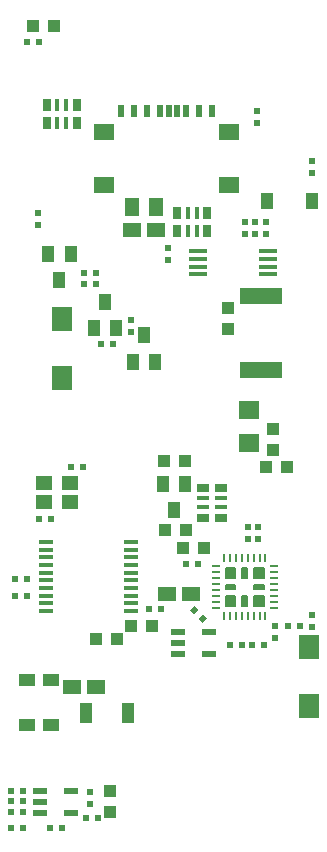
<source format=gbr>
G04 #@! TF.GenerationSoftware,KiCad,Pcbnew,5.1.0-rc2-unknown-036be7d~80~ubuntu16.04.1*
G04 #@! TF.CreationDate,2021-12-15T16:14:17+02:00*
G04 #@! TF.ProjectId,ESP32-PoE_Rev_I,45535033-322d-4506-9f45-5f5265765f49,I*
G04 #@! TF.SameCoordinates,Original*
G04 #@! TF.FileFunction,Paste,Bot*
G04 #@! TF.FilePolarity,Positive*
%FSLAX46Y46*%
G04 Gerber Fmt 4.6, Leading zero omitted, Abs format (unit mm)*
G04 Created by KiCad (PCBNEW 5.1.0-rc2-unknown-036be7d~80~ubuntu16.04.1) date 2021-12-15 16:14:17*
%MOMM*%
%LPD*%
G04 APERTURE LIST*
%ADD10C,0.200000*%
%ADD11R,1.016000X1.016000*%
%ADD12R,3.654001X1.454000*%
%ADD13R,1.500000X0.350000*%
%ADD14R,1.524000X1.270000*%
%ADD15R,1.400000X1.000000*%
%ADD16R,1.200000X0.550000*%
%ADD17R,0.500000X0.550000*%
%ADD18R,1.000000X1.400000*%
%ADD19R,0.230000X0.780000*%
%ADD20R,0.780000X0.230000*%
%ADD21R,1.270000X1.524000*%
%ADD22R,0.550000X0.500000*%
%ADD23C,0.500000*%
%ADD24C,0.100000*%
%ADD25R,1.270000X0.325000*%
%ADD26R,1.700000X2.000000*%
%ADD27R,1.016000X1.778000*%
%ADD28R,0.500000X1.000000*%
%ADD29R,1.754000X1.454000*%
%ADD30R,1.016000X0.381000*%
%ADD31R,1.016000X0.635000*%
%ADD32R,0.381000X1.016000*%
%ADD33R,0.635000X1.016000*%
%ADD34R,1.400000X1.200000*%
%ADD35R,1.778000X1.524000*%
G04 APERTURE END LIST*
D10*
X112344000Y-149644000D02*
X112344000Y-150444000D01*
X111544000Y-149644000D02*
X112344000Y-149644000D01*
X111544000Y-150444000D02*
X111544000Y-149644000D01*
X112344000Y-150444000D02*
X111544000Y-150444000D01*
X112344000Y-150344000D02*
X111544000Y-150344000D01*
X112344000Y-150244000D02*
X111544000Y-150244000D01*
X112344000Y-150144000D02*
X111544000Y-150144000D01*
X112344000Y-150044000D02*
X111544000Y-150044000D01*
X112344000Y-149944000D02*
X111544000Y-149944000D01*
X112344000Y-149844000D02*
X111544000Y-149844000D01*
X112344000Y-149744000D02*
X111544000Y-149744000D01*
X109944000Y-149744000D02*
X109144000Y-149744000D01*
X109944000Y-149844000D02*
X109144000Y-149844000D01*
X109944000Y-149944000D02*
X109144000Y-149944000D01*
X109944000Y-150044000D02*
X109144000Y-150044000D01*
X109944000Y-150144000D02*
X109144000Y-150144000D01*
X109944000Y-150244000D02*
X109144000Y-150244000D01*
X109944000Y-150344000D02*
X109144000Y-150344000D01*
X109944000Y-150444000D02*
X109144000Y-150444000D01*
X109144000Y-150444000D02*
X109144000Y-149644000D01*
X109144000Y-149644000D02*
X109944000Y-149644000D01*
X109944000Y-149644000D02*
X109944000Y-150444000D01*
X112344000Y-147344000D02*
X111544000Y-147344000D01*
X112344000Y-147444000D02*
X111544000Y-147444000D01*
X112344000Y-147544000D02*
X111544000Y-147544000D01*
X112344000Y-147644000D02*
X111544000Y-147644000D01*
X112344000Y-147744000D02*
X111544000Y-147744000D01*
X112344000Y-147844000D02*
X111544000Y-147844000D01*
X112344000Y-147944000D02*
X111544000Y-147944000D01*
X112344000Y-148044000D02*
X111544000Y-148044000D01*
X111544000Y-148044000D02*
X111544000Y-147244000D01*
X111544000Y-147244000D02*
X112344000Y-147244000D01*
X112344000Y-147244000D02*
X112344000Y-148044000D01*
X109944000Y-147244000D02*
X109944000Y-148044000D01*
X109144000Y-147244000D02*
X109944000Y-147244000D01*
X109144000Y-148044000D02*
X109144000Y-147244000D01*
X109944000Y-148044000D02*
X109144000Y-148044000D01*
X109944000Y-147944000D02*
X109144000Y-147944000D01*
X109944000Y-147844000D02*
X109144000Y-147844000D01*
X109944000Y-147744000D02*
X109144000Y-147744000D01*
X109944000Y-147644000D02*
X109144000Y-147644000D01*
X109944000Y-147544000D02*
X109144000Y-147544000D01*
X109944000Y-147444000D02*
X109144000Y-147444000D01*
X109944000Y-147344000D02*
X109144000Y-147344000D01*
X110544000Y-150444000D02*
X110944000Y-150444000D01*
X110544000Y-149644000D02*
X110544000Y-150444000D01*
X110944000Y-149644000D02*
X110544000Y-149644000D01*
X110944000Y-150444000D02*
X110944000Y-149644000D01*
X110844000Y-150444000D02*
X110844000Y-149644000D01*
X110744000Y-150444000D02*
X110744000Y-149644000D01*
X110644000Y-150444000D02*
X110644000Y-149644000D01*
X110644000Y-148044000D02*
X110644000Y-147244000D01*
X110744000Y-148044000D02*
X110744000Y-147244000D01*
X110844000Y-148044000D02*
X110844000Y-147244000D01*
X110944000Y-148044000D02*
X110944000Y-147244000D01*
X110944000Y-147244000D02*
X110544000Y-147244000D01*
X110544000Y-147244000D02*
X110544000Y-148044000D01*
X110544000Y-148044000D02*
X110944000Y-148044000D01*
X112344000Y-148644000D02*
X112344000Y-149044000D01*
X111544000Y-148644000D02*
X112344000Y-148644000D01*
X111544000Y-149044000D02*
X111544000Y-148644000D01*
X112344000Y-149044000D02*
X111544000Y-149044000D01*
X112344000Y-148944000D02*
X111544000Y-148944000D01*
X111544000Y-148844000D02*
X112344000Y-148844000D01*
X112344000Y-148744000D02*
X111544000Y-148744000D01*
X109944000Y-148744000D02*
X109144000Y-148744000D01*
X109144000Y-148844000D02*
X109944000Y-148844000D01*
X109944000Y-148944000D02*
X109144000Y-148944000D01*
X109944000Y-149044000D02*
X109144000Y-149044000D01*
X109144000Y-149044000D02*
X109144000Y-148644000D01*
X109144000Y-148644000D02*
X109944000Y-148644000D01*
X109944000Y-148644000D02*
X109944000Y-149044000D01*
D11*
X113157000Y-137287000D03*
X113157000Y-135509000D03*
D12*
X112141000Y-124205200D03*
X112141000Y-130505200D03*
D13*
X112678000Y-120437000D03*
X112678000Y-121087000D03*
X112678000Y-121737000D03*
X112678000Y-122387000D03*
X106778000Y-122387000D03*
X106778000Y-121737000D03*
X106778000Y-121087000D03*
X106778000Y-120437000D03*
D14*
X96139000Y-157353000D03*
X98171000Y-157353000D03*
D15*
X92329000Y-156723000D03*
X92329000Y-160523000D03*
D16*
X105126000Y-154559000D03*
X105126000Y-153609000D03*
X105126000Y-152659000D03*
X107726000Y-154559000D03*
X107726000Y-152659000D03*
D17*
X112395000Y-153797000D03*
X111379000Y-153797000D03*
D18*
X116400000Y-116195000D03*
X112600000Y-116195000D03*
D11*
X98171000Y-153289000D03*
X99949000Y-153289000D03*
D18*
X102237540Y-127548640D03*
X101282500Y-129758440D03*
X103184960Y-129758440D03*
X98933000Y-124714000D03*
X97977960Y-126923800D03*
X99880420Y-126923800D03*
X94107000Y-120650000D03*
X96009460Y-120650000D03*
X95054420Y-122859800D03*
D14*
X101219000Y-118618000D03*
X103251000Y-118618000D03*
D18*
X103825040Y-140116560D03*
X105727500Y-140116560D03*
X104772460Y-142326360D03*
D19*
X108994000Y-151294000D03*
X109494000Y-151294000D03*
X109994000Y-151294000D03*
X110494000Y-151294000D03*
X110994000Y-151294000D03*
X111494000Y-151294000D03*
X111994000Y-151294000D03*
X112494000Y-151294000D03*
D20*
X113194000Y-150594000D03*
X113194000Y-150094000D03*
X113194000Y-149594000D03*
X113194000Y-149094000D03*
X113194000Y-148594000D03*
X113194000Y-148094000D03*
X113194000Y-147594000D03*
X113194000Y-147094000D03*
D19*
X112494000Y-146394000D03*
X111994000Y-146394000D03*
X111494000Y-146394000D03*
X110994000Y-146394000D03*
X110494000Y-146394000D03*
X109994000Y-146394000D03*
X109494000Y-146394000D03*
X108994000Y-146394000D03*
D20*
X108294000Y-147094000D03*
X108294000Y-147594000D03*
X108294000Y-148094000D03*
X108294000Y-148594000D03*
X108294000Y-149094000D03*
X108294000Y-149594000D03*
X108294000Y-150094000D03*
X108294000Y-150594000D03*
D17*
X103632000Y-150749000D03*
X102616000Y-150749000D03*
D11*
X102870000Y-152146000D03*
X101092000Y-152146000D03*
D17*
X91948000Y-167005000D03*
X90932000Y-167005000D03*
X90932000Y-166116000D03*
X91948000Y-166116000D03*
D15*
X94361000Y-160523000D03*
X94361000Y-156723000D03*
D17*
X91948000Y-167894000D03*
X90932000Y-167894000D03*
X92329000Y-102743000D03*
X93345000Y-102743000D03*
X98298000Y-168402000D03*
X97282000Y-168402000D03*
D16*
X93442000Y-168018500D03*
X93442000Y-167068500D03*
X93442000Y-166118500D03*
X96042000Y-168018500D03*
X96042000Y-166118500D03*
D17*
X97155000Y-122301000D03*
X98171000Y-122301000D03*
D11*
X103886000Y-138176000D03*
X105664000Y-138176000D03*
D21*
X101219000Y-116713000D03*
X103251000Y-116713000D03*
D22*
X110998000Y-143764000D03*
X110998000Y-144780000D03*
D17*
X105791000Y-146939000D03*
X106807000Y-146939000D03*
D22*
X113284000Y-152146000D03*
X113284000Y-153162000D03*
X93218000Y-117221000D03*
X93218000Y-118237000D03*
X111760000Y-108585000D03*
X111760000Y-109601000D03*
X104267000Y-121158000D03*
X104267000Y-120142000D03*
D23*
X106469580Y-150792580D03*
D24*
G36*
X106840811Y-150774902D02*
G01*
X106451902Y-151163811D01*
X106098349Y-150810258D01*
X106487258Y-150421349D01*
X106840811Y-150774902D01*
X106840811Y-150774902D01*
G37*
D23*
X107188000Y-151511000D03*
D24*
G36*
X106816769Y-151528678D02*
G01*
X107205678Y-151139769D01*
X107559231Y-151493322D01*
X107170322Y-151882231D01*
X106816769Y-151528678D01*
X106816769Y-151528678D01*
G37*
D17*
X90932000Y-169291000D03*
X91948000Y-169291000D03*
D22*
X116459000Y-151257000D03*
X116459000Y-152273000D03*
D17*
X115443000Y-152146000D03*
X114427000Y-152146000D03*
X94234000Y-169291000D03*
X95250000Y-169291000D03*
X98171000Y-123190000D03*
X97155000Y-123190000D03*
D22*
X97663000Y-167259000D03*
X97663000Y-166243000D03*
D17*
X91313000Y-148209000D03*
X92329000Y-148209000D03*
X91313000Y-149606000D03*
X92329000Y-149606000D03*
D11*
X99314000Y-167894000D03*
X99314000Y-166116000D03*
D25*
X93916500Y-150880000D03*
X93916500Y-150230000D03*
X93916500Y-149580000D03*
X93916500Y-148930000D03*
X93916500Y-148280000D03*
X93916500Y-147630000D03*
X93916500Y-146980000D03*
X93916500Y-146330000D03*
X93916500Y-145680000D03*
X93916500Y-145030000D03*
X101155500Y-145030000D03*
X101155500Y-145680000D03*
X101155500Y-146330000D03*
X101155500Y-146980000D03*
X101155500Y-147630000D03*
X101155500Y-148280000D03*
X101155500Y-148930000D03*
X101155500Y-149580000D03*
X101155500Y-150230000D03*
X101155500Y-150880000D03*
D26*
X95250000Y-126151000D03*
X95250000Y-131151000D03*
D27*
X100838000Y-159512000D03*
X97282000Y-159512000D03*
D28*
X100290000Y-108587000D03*
X101390000Y-108587000D03*
X102490000Y-108587000D03*
X103590000Y-108587000D03*
X104340000Y-108587000D03*
X105040000Y-108587000D03*
X105790000Y-108587000D03*
X106890000Y-108587000D03*
X107990000Y-108587000D03*
D29*
X109440000Y-110337000D03*
X98840000Y-110337000D03*
X109440000Y-114787000D03*
X98840000Y-114787000D03*
D11*
X105537000Y-145542000D03*
X107315000Y-145542000D03*
X105791000Y-144018000D03*
X104013000Y-144018000D03*
D30*
X107188000Y-141351000D03*
X107188000Y-142113000D03*
X108712000Y-141351000D03*
X108712000Y-142113000D03*
D31*
X107188000Y-140462000D03*
X108712000Y-140462000D03*
X107188000Y-143002000D03*
X108712000Y-143002000D03*
D32*
X95631000Y-108077000D03*
X94869000Y-108077000D03*
X95631000Y-109601000D03*
X94869000Y-109601000D03*
D33*
X96520000Y-108077000D03*
X96520000Y-109601000D03*
X93980000Y-108077000D03*
X93980000Y-109601000D03*
D14*
X104140000Y-149479000D03*
X106172000Y-149479000D03*
D17*
X93345000Y-143129000D03*
X94361000Y-143129000D03*
D22*
X116459000Y-113792000D03*
X116459000Y-112776000D03*
D17*
X99568000Y-128270000D03*
X98552000Y-128270000D03*
D22*
X101092000Y-126238000D03*
X101092000Y-127254000D03*
D32*
X106680000Y-117221000D03*
X105918000Y-117221000D03*
X106680000Y-118745000D03*
X105918000Y-118745000D03*
D33*
X107569000Y-117221000D03*
X107569000Y-118745000D03*
X105029000Y-117221000D03*
X105029000Y-118745000D03*
D17*
X96012000Y-138684000D03*
X97028000Y-138684000D03*
D34*
X95969000Y-140043000D03*
X93769000Y-141643000D03*
X93769000Y-140043000D03*
X95969000Y-141643000D03*
D11*
X92837000Y-101346000D03*
X94615000Y-101346000D03*
D17*
X110490000Y-153797000D03*
X109474000Y-153797000D03*
D26*
X116205000Y-153964000D03*
X116205000Y-158964000D03*
D22*
X110744000Y-118999000D03*
X110744000Y-117983000D03*
X112522000Y-117983000D03*
X112522000Y-118999000D03*
X111633000Y-117983000D03*
X111633000Y-118999000D03*
D35*
X111125000Y-136652000D03*
X111125000Y-133858000D03*
D11*
X109347000Y-127000000D03*
X109347000Y-125222000D03*
D22*
X111887000Y-144780000D03*
X111887000Y-143764000D03*
D11*
X114300000Y-138684000D03*
X112522000Y-138684000D03*
M02*

</source>
